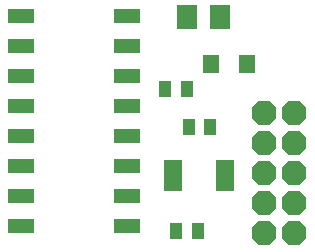
<source format=gts>
G75*
%MOIN*%
%OFA0B0*%
%FSLAX25Y25*%
%IPPOS*%
%LPD*%
%AMOC8*
5,1,8,0,0,1.08239X$1,22.5*
%
%ADD10R,0.08700X0.05100*%
%ADD11OC8,0.08200*%
%ADD12R,0.03950X0.05524*%
%ADD13R,0.05524X0.06312*%
%ADD14R,0.07099X0.07887*%
%ADD15R,0.06400X0.02500*%
D10*
X0005350Y0008800D03*
X0005350Y0018800D03*
X0005350Y0028800D03*
X0005350Y0038800D03*
X0005350Y0048800D03*
X0005350Y0058800D03*
X0005350Y0068800D03*
X0005350Y0078800D03*
X0040750Y0078800D03*
X0040750Y0068800D03*
X0040750Y0058800D03*
X0040750Y0048800D03*
X0040750Y0038800D03*
X0040750Y0028800D03*
X0040750Y0018800D03*
X0040750Y0008800D03*
D11*
X0086540Y0006440D03*
X0096540Y0006440D03*
X0096540Y0016440D03*
X0086540Y0016440D03*
X0086540Y0026440D03*
X0096540Y0026440D03*
X0096540Y0036440D03*
X0086540Y0036440D03*
X0086540Y0046440D03*
X0096540Y0046440D03*
D12*
X0068428Y0041630D03*
X0061342Y0041630D03*
X0060683Y0054335D03*
X0053597Y0054335D03*
X0057317Y0006915D03*
X0064403Y0006915D03*
D13*
X0068899Y0062705D03*
X0080711Y0062705D03*
D14*
X0071947Y0078200D03*
X0060923Y0078200D03*
D15*
X0056325Y0029259D03*
X0056325Y0026699D03*
X0056325Y0024140D03*
X0056325Y0021581D03*
X0073425Y0021581D03*
X0073425Y0024140D03*
X0073425Y0026699D03*
X0073425Y0029259D03*
M02*

</source>
